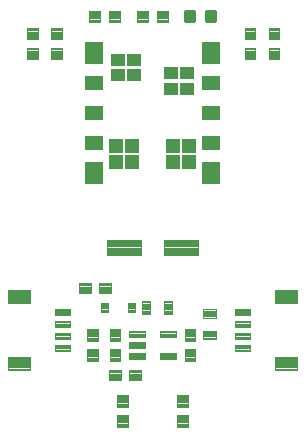
<source format=gtp>
G04 EAGLE Gerber RS-274X export*
G75*
%MOMM*%
%FSLAX34Y34*%
%LPD*%
%INSolderpaste Top*%
%IPPOS*%
%AMOC8*
5,1,8,0,0,1.08239X$1,22.5*%
G01*
%ADD10R,1.500000X1.850000*%
%ADD11R,1.500000X1.300000*%
%ADD12R,1.210000X1.100000*%
%ADD13R,1.160000X1.160000*%
%ADD14C,0.104000*%
%ADD15C,0.096000*%
%ADD16C,0.102000*%
%ADD17C,0.100653*%
%ADD18C,0.100000*%
%ADD19C,0.100800*%
%ADD20C,0.098000*%
%ADD21C,0.300000*%


D10*
X77500Y361950D03*
X77500Y260350D03*
X176500Y361950D03*
X176500Y260350D03*
D11*
X176500Y336550D03*
X176500Y311150D03*
X176500Y285750D03*
X77500Y336550D03*
X77500Y311150D03*
X77500Y285750D03*
D12*
X156500Y344200D03*
X156500Y331200D03*
X142400Y344200D03*
X142400Y331200D03*
X111600Y355700D03*
X111600Y342700D03*
X97500Y355700D03*
X97500Y342700D03*
D13*
X157950Y282450D03*
X157950Y268850D03*
X144350Y282450D03*
X144350Y268850D03*
X109650Y282450D03*
X109650Y268850D03*
X96050Y282450D03*
X96050Y268850D03*
D14*
X136330Y151530D02*
X143290Y151530D01*
X143290Y140570D01*
X136330Y140570D01*
X136330Y151530D01*
X136330Y141558D02*
X143290Y141558D01*
X143290Y142546D02*
X136330Y142546D01*
X136330Y143534D02*
X143290Y143534D01*
X143290Y144522D02*
X136330Y144522D01*
X136330Y145510D02*
X143290Y145510D01*
X143290Y146498D02*
X136330Y146498D01*
X136330Y147486D02*
X143290Y147486D01*
X143290Y148474D02*
X136330Y148474D01*
X136330Y149462D02*
X143290Y149462D01*
X143290Y150450D02*
X136330Y150450D01*
X136330Y151438D02*
X143290Y151438D01*
X125290Y151530D02*
X118330Y151530D01*
X125290Y151530D02*
X125290Y140570D01*
X118330Y140570D01*
X118330Y151530D01*
X118330Y141558D02*
X125290Y141558D01*
X125290Y142546D02*
X118330Y142546D01*
X118330Y143534D02*
X125290Y143534D01*
X125290Y144522D02*
X118330Y144522D01*
X118330Y145510D02*
X125290Y145510D01*
X125290Y146498D02*
X118330Y146498D01*
X118330Y147486D02*
X125290Y147486D01*
X125290Y148474D02*
X118330Y148474D01*
X118330Y149462D02*
X125290Y149462D01*
X125290Y150450D02*
X118330Y150450D01*
X118330Y151438D02*
X125290Y151438D01*
D15*
X4530Y149480D02*
X4530Y160520D01*
X23570Y160520D01*
X23570Y149480D01*
X4530Y149480D01*
X4530Y150392D02*
X23570Y150392D01*
X23570Y151304D02*
X4530Y151304D01*
X4530Y152216D02*
X23570Y152216D01*
X23570Y153128D02*
X4530Y153128D01*
X4530Y154040D02*
X23570Y154040D01*
X23570Y154952D02*
X4530Y154952D01*
X4530Y155864D02*
X23570Y155864D01*
X23570Y156776D02*
X4530Y156776D01*
X4530Y157688D02*
X23570Y157688D01*
X23570Y158600D02*
X4530Y158600D01*
X4530Y159512D02*
X23570Y159512D01*
X23570Y160424D02*
X4530Y160424D01*
X4530Y104520D02*
X4530Y93480D01*
X4530Y104520D02*
X23570Y104520D01*
X23570Y93480D01*
X4530Y93480D01*
X4530Y94392D02*
X23570Y94392D01*
X23570Y95304D02*
X4530Y95304D01*
X4530Y96216D02*
X23570Y96216D01*
X23570Y97128D02*
X4530Y97128D01*
X4530Y98040D02*
X23570Y98040D01*
X23570Y98952D02*
X4530Y98952D01*
X4530Y99864D02*
X23570Y99864D01*
X23570Y100776D02*
X4530Y100776D01*
X4530Y101688D02*
X23570Y101688D01*
X23570Y102600D02*
X4530Y102600D01*
X4530Y103512D02*
X23570Y103512D01*
X23570Y104424D02*
X4530Y104424D01*
D16*
X44560Y139510D02*
X44560Y144490D01*
X57040Y144490D01*
X57040Y139510D01*
X44560Y139510D01*
X44560Y140479D02*
X57040Y140479D01*
X57040Y141448D02*
X44560Y141448D01*
X44560Y142417D02*
X57040Y142417D01*
X57040Y143386D02*
X44560Y143386D01*
X44560Y144355D02*
X57040Y144355D01*
X44560Y134490D02*
X44560Y129510D01*
X44560Y134490D02*
X57040Y134490D01*
X57040Y129510D01*
X44560Y129510D01*
X44560Y130479D02*
X57040Y130479D01*
X57040Y131448D02*
X44560Y131448D01*
X44560Y132417D02*
X57040Y132417D01*
X57040Y133386D02*
X44560Y133386D01*
X44560Y134355D02*
X57040Y134355D01*
X44560Y124490D02*
X44560Y119510D01*
X44560Y124490D02*
X57040Y124490D01*
X57040Y119510D01*
X44560Y119510D01*
X44560Y120479D02*
X57040Y120479D01*
X57040Y121448D02*
X44560Y121448D01*
X44560Y122417D02*
X57040Y122417D01*
X57040Y123386D02*
X44560Y123386D01*
X44560Y124355D02*
X57040Y124355D01*
X44560Y114490D02*
X44560Y109510D01*
X44560Y114490D02*
X57040Y114490D01*
X57040Y109510D01*
X44560Y109510D01*
X44560Y110479D02*
X57040Y110479D01*
X57040Y111448D02*
X44560Y111448D01*
X44560Y112417D02*
X57040Y112417D01*
X57040Y113386D02*
X44560Y113386D01*
X44560Y114355D02*
X57040Y114355D01*
D15*
X249470Y104520D02*
X249470Y93480D01*
X230430Y93480D01*
X230430Y104520D01*
X249470Y104520D01*
X249470Y94392D02*
X230430Y94392D01*
X230430Y95304D02*
X249470Y95304D01*
X249470Y96216D02*
X230430Y96216D01*
X230430Y97128D02*
X249470Y97128D01*
X249470Y98040D02*
X230430Y98040D01*
X230430Y98952D02*
X249470Y98952D01*
X249470Y99864D02*
X230430Y99864D01*
X230430Y100776D02*
X249470Y100776D01*
X249470Y101688D02*
X230430Y101688D01*
X230430Y102600D02*
X249470Y102600D01*
X249470Y103512D02*
X230430Y103512D01*
X230430Y104424D02*
X249470Y104424D01*
X249470Y149480D02*
X249470Y160520D01*
X249470Y149480D02*
X230430Y149480D01*
X230430Y160520D01*
X249470Y160520D01*
X249470Y150392D02*
X230430Y150392D01*
X230430Y151304D02*
X249470Y151304D01*
X249470Y152216D02*
X230430Y152216D01*
X230430Y153128D02*
X249470Y153128D01*
X249470Y154040D02*
X230430Y154040D01*
X230430Y154952D02*
X249470Y154952D01*
X249470Y155864D02*
X230430Y155864D01*
X230430Y156776D02*
X249470Y156776D01*
X249470Y157688D02*
X230430Y157688D01*
X230430Y158600D02*
X249470Y158600D01*
X249470Y159512D02*
X230430Y159512D01*
X230430Y160424D02*
X249470Y160424D01*
D16*
X209440Y114490D02*
X209440Y109510D01*
X196960Y109510D01*
X196960Y114490D01*
X209440Y114490D01*
X209440Y110479D02*
X196960Y110479D01*
X196960Y111448D02*
X209440Y111448D01*
X209440Y112417D02*
X196960Y112417D01*
X196960Y113386D02*
X209440Y113386D01*
X209440Y114355D02*
X196960Y114355D01*
X209440Y119510D02*
X209440Y124490D01*
X209440Y119510D02*
X196960Y119510D01*
X196960Y124490D01*
X209440Y124490D01*
X209440Y120479D02*
X196960Y120479D01*
X196960Y121448D02*
X209440Y121448D01*
X209440Y122417D02*
X196960Y122417D01*
X196960Y123386D02*
X209440Y123386D01*
X209440Y124355D02*
X196960Y124355D01*
X209440Y129510D02*
X209440Y134490D01*
X209440Y129510D02*
X196960Y129510D01*
X196960Y134490D01*
X209440Y134490D01*
X209440Y130479D02*
X196960Y130479D01*
X196960Y131448D02*
X209440Y131448D01*
X209440Y132417D02*
X196960Y132417D01*
X196960Y133386D02*
X209440Y133386D01*
X209440Y134355D02*
X196960Y134355D01*
X209440Y139510D02*
X209440Y144490D01*
X209440Y139510D02*
X196960Y139510D01*
X196960Y144490D01*
X209440Y144490D01*
X209440Y140479D02*
X196960Y140479D01*
X196960Y141448D02*
X209440Y141448D01*
X209440Y142417D02*
X196960Y142417D01*
X196960Y143386D02*
X209440Y143386D01*
X209440Y144355D02*
X196960Y144355D01*
D17*
X121008Y121158D02*
X106926Y121158D01*
X106926Y126442D01*
X121008Y126442D01*
X121008Y121158D01*
X121008Y122115D02*
X106926Y122115D01*
X106926Y123072D02*
X121008Y123072D01*
X121008Y124029D02*
X106926Y124029D01*
X106926Y124986D02*
X121008Y124986D01*
X121008Y125943D02*
X106926Y125943D01*
X106926Y111658D02*
X121008Y111658D01*
X106926Y111658D02*
X106926Y116942D01*
X121008Y116942D01*
X121008Y111658D01*
X121008Y112615D02*
X106926Y112615D01*
X106926Y113572D02*
X121008Y113572D01*
X121008Y114529D02*
X106926Y114529D01*
X106926Y115486D02*
X121008Y115486D01*
X121008Y116443D02*
X106926Y116443D01*
X106926Y102158D02*
X121008Y102158D01*
X106926Y102158D02*
X106926Y107442D01*
X121008Y107442D01*
X121008Y102158D01*
X121008Y103115D02*
X106926Y103115D01*
X106926Y104072D02*
X121008Y104072D01*
X121008Y105029D02*
X106926Y105029D01*
X106926Y105986D02*
X121008Y105986D01*
X121008Y106943D02*
X106926Y106943D01*
X132992Y102158D02*
X147074Y102158D01*
X132992Y102158D02*
X132992Y107442D01*
X147074Y107442D01*
X147074Y102158D01*
X147074Y103115D02*
X132992Y103115D01*
X132992Y104072D02*
X147074Y104072D01*
X147074Y105029D02*
X132992Y105029D01*
X132992Y105986D02*
X147074Y105986D01*
X147074Y106943D02*
X132992Y106943D01*
X132992Y121158D02*
X147074Y121158D01*
X132992Y121158D02*
X132992Y126442D01*
X147074Y126442D01*
X147074Y121158D01*
X147074Y122115D02*
X132992Y122115D01*
X132992Y123072D02*
X147074Y123072D01*
X147074Y124029D02*
X132992Y124029D01*
X132992Y124986D02*
X147074Y124986D01*
X147074Y125943D02*
X132992Y125943D01*
D14*
X180740Y126560D02*
X180740Y119600D01*
X169780Y119600D01*
X169780Y126560D01*
X180740Y126560D01*
X180740Y120588D02*
X169780Y120588D01*
X169780Y121576D02*
X180740Y121576D01*
X180740Y122564D02*
X169780Y122564D01*
X169780Y123552D02*
X180740Y123552D01*
X180740Y124540D02*
X169780Y124540D01*
X169780Y125528D02*
X180740Y125528D01*
X180740Y126516D02*
X169780Y126516D01*
X180740Y137600D02*
X180740Y144560D01*
X180740Y137600D02*
X169780Y137600D01*
X169780Y144560D01*
X180740Y144560D01*
X180740Y138588D02*
X169780Y138588D01*
X169780Y139576D02*
X180740Y139576D01*
X180740Y140564D02*
X169780Y140564D01*
X169780Y141552D02*
X180740Y141552D01*
X180740Y142540D02*
X169780Y142540D01*
X169780Y143528D02*
X180740Y143528D01*
X180740Y144516D02*
X169780Y144516D01*
D18*
X91850Y167060D02*
X81850Y167060D01*
X91850Y167060D02*
X91850Y158060D01*
X81850Y158060D01*
X81850Y167060D01*
X81850Y159010D02*
X91850Y159010D01*
X91850Y159960D02*
X81850Y159960D01*
X81850Y160910D02*
X91850Y160910D01*
X91850Y161860D02*
X81850Y161860D01*
X81850Y162810D02*
X91850Y162810D01*
X91850Y163760D02*
X81850Y163760D01*
X81850Y164710D02*
X91850Y164710D01*
X91850Y165660D02*
X81850Y165660D01*
X81850Y166610D02*
X91850Y166610D01*
X74850Y167060D02*
X64850Y167060D01*
X74850Y167060D02*
X74850Y158060D01*
X64850Y158060D01*
X64850Y167060D01*
X64850Y159010D02*
X74850Y159010D01*
X74850Y159960D02*
X64850Y159960D01*
X64850Y160910D02*
X74850Y160910D01*
X74850Y161860D02*
X64850Y161860D01*
X64850Y162810D02*
X74850Y162810D01*
X74850Y163760D02*
X64850Y163760D01*
X64850Y164710D02*
X74850Y164710D01*
X74850Y165660D02*
X64850Y165660D01*
X64850Y166610D02*
X74850Y166610D01*
X90750Y127800D02*
X90750Y117800D01*
X90750Y127800D02*
X99750Y127800D01*
X99750Y117800D01*
X90750Y117800D01*
X90750Y118750D02*
X99750Y118750D01*
X99750Y119700D02*
X90750Y119700D01*
X90750Y120650D02*
X99750Y120650D01*
X99750Y121600D02*
X90750Y121600D01*
X90750Y122550D02*
X99750Y122550D01*
X99750Y123500D02*
X90750Y123500D01*
X90750Y124450D02*
X99750Y124450D01*
X99750Y125400D02*
X90750Y125400D01*
X90750Y126350D02*
X99750Y126350D01*
X99750Y127300D02*
X90750Y127300D01*
X90750Y110800D02*
X90750Y100800D01*
X90750Y110800D02*
X99750Y110800D01*
X99750Y100800D01*
X90750Y100800D01*
X90750Y101750D02*
X99750Y101750D01*
X99750Y102700D02*
X90750Y102700D01*
X90750Y103650D02*
X99750Y103650D01*
X99750Y104600D02*
X90750Y104600D01*
X90750Y105550D02*
X99750Y105550D01*
X99750Y106500D02*
X90750Y106500D01*
X90750Y107450D02*
X99750Y107450D01*
X99750Y108400D02*
X90750Y108400D01*
X90750Y109350D02*
X99750Y109350D01*
X99750Y110300D02*
X90750Y110300D01*
X80700Y110800D02*
X80700Y100800D01*
X71700Y100800D01*
X71700Y110800D01*
X80700Y110800D01*
X80700Y101750D02*
X71700Y101750D01*
X71700Y102700D02*
X80700Y102700D01*
X80700Y103650D02*
X71700Y103650D01*
X71700Y104600D02*
X80700Y104600D01*
X80700Y105550D02*
X71700Y105550D01*
X71700Y106500D02*
X80700Y106500D01*
X80700Y107450D02*
X71700Y107450D01*
X71700Y108400D02*
X80700Y108400D01*
X80700Y109350D02*
X71700Y109350D01*
X71700Y110300D02*
X80700Y110300D01*
X80700Y117800D02*
X80700Y127800D01*
X80700Y117800D02*
X71700Y117800D01*
X71700Y127800D01*
X80700Y127800D01*
X80700Y118750D02*
X71700Y118750D01*
X71700Y119700D02*
X80700Y119700D01*
X80700Y120650D02*
X71700Y120650D01*
X71700Y121600D02*
X80700Y121600D01*
X80700Y122550D02*
X71700Y122550D01*
X71700Y123500D02*
X80700Y123500D01*
X80700Y124450D02*
X71700Y124450D01*
X71700Y125400D02*
X80700Y125400D01*
X80700Y126350D02*
X71700Y126350D01*
X71700Y127300D02*
X80700Y127300D01*
X107386Y93400D02*
X117386Y93400D01*
X117386Y84400D01*
X107386Y84400D01*
X107386Y93400D01*
X107386Y85350D02*
X117386Y85350D01*
X117386Y86300D02*
X107386Y86300D01*
X107386Y87250D02*
X117386Y87250D01*
X117386Y88200D02*
X107386Y88200D01*
X107386Y89150D02*
X117386Y89150D01*
X117386Y90100D02*
X107386Y90100D01*
X107386Y91050D02*
X117386Y91050D01*
X117386Y92000D02*
X107386Y92000D01*
X107386Y92950D02*
X117386Y92950D01*
X100386Y93400D02*
X90386Y93400D01*
X100386Y93400D02*
X100386Y84400D01*
X90386Y84400D01*
X90386Y93400D01*
X90386Y85350D02*
X100386Y85350D01*
X100386Y86300D02*
X90386Y86300D01*
X90386Y87250D02*
X100386Y87250D01*
X100386Y88200D02*
X90386Y88200D01*
X90386Y89150D02*
X100386Y89150D01*
X100386Y90100D02*
X90386Y90100D01*
X90386Y91050D02*
X100386Y91050D01*
X100386Y92000D02*
X90386Y92000D01*
X90386Y92950D02*
X100386Y92950D01*
D19*
X88936Y142404D02*
X83644Y142404D01*
X83644Y149696D01*
X88936Y149696D01*
X88936Y142404D01*
X88936Y143362D02*
X83644Y143362D01*
X83644Y144320D02*
X88936Y144320D01*
X88936Y145278D02*
X83644Y145278D01*
X83644Y146236D02*
X88936Y146236D01*
X88936Y147194D02*
X83644Y147194D01*
X83644Y148152D02*
X88936Y148152D01*
X88936Y149110D02*
X83644Y149110D01*
X106644Y142404D02*
X111936Y142404D01*
X106644Y142404D02*
X106644Y149696D01*
X111936Y149696D01*
X111936Y142404D01*
X111936Y143362D02*
X106644Y143362D01*
X106644Y144320D02*
X111936Y144320D01*
X111936Y145278D02*
X106644Y145278D01*
X106644Y146236D02*
X111936Y146236D01*
X111936Y147194D02*
X106644Y147194D01*
X106644Y148152D02*
X111936Y148152D01*
X111936Y149110D02*
X106644Y149110D01*
D18*
X163250Y110800D02*
X163250Y100800D01*
X154250Y100800D01*
X154250Y110800D01*
X163250Y110800D01*
X163250Y101750D02*
X154250Y101750D01*
X154250Y102700D02*
X163250Y102700D01*
X163250Y103650D02*
X154250Y103650D01*
X154250Y104600D02*
X163250Y104600D01*
X163250Y105550D02*
X154250Y105550D01*
X154250Y106500D02*
X163250Y106500D01*
X163250Y107450D02*
X154250Y107450D01*
X154250Y108400D02*
X163250Y108400D01*
X163250Y109350D02*
X154250Y109350D01*
X154250Y110300D02*
X163250Y110300D01*
X163250Y117800D02*
X163250Y127800D01*
X163250Y117800D02*
X154250Y117800D01*
X154250Y127800D01*
X163250Y127800D01*
X163250Y118750D02*
X154250Y118750D01*
X154250Y119700D02*
X163250Y119700D01*
X163250Y120650D02*
X154250Y120650D01*
X154250Y121600D02*
X163250Y121600D01*
X163250Y122550D02*
X154250Y122550D01*
X154250Y123500D02*
X163250Y123500D01*
X163250Y124450D02*
X154250Y124450D01*
X154250Y125400D02*
X163250Y125400D01*
X163250Y126350D02*
X154250Y126350D01*
X154250Y127300D02*
X163250Y127300D01*
D20*
X117510Y203360D02*
X88490Y203360D01*
X117510Y203360D02*
X117510Y190340D01*
X88490Y190340D01*
X88490Y203360D01*
X88490Y191271D02*
X117510Y191271D01*
X117510Y192202D02*
X88490Y192202D01*
X88490Y193133D02*
X117510Y193133D01*
X117510Y194064D02*
X88490Y194064D01*
X88490Y194995D02*
X117510Y194995D01*
X117510Y195926D02*
X88490Y195926D01*
X88490Y196857D02*
X117510Y196857D01*
X117510Y197788D02*
X88490Y197788D01*
X88490Y198719D02*
X117510Y198719D01*
X117510Y199650D02*
X88490Y199650D01*
X88490Y200581D02*
X117510Y200581D01*
X117510Y201512D02*
X88490Y201512D01*
X88490Y202443D02*
X117510Y202443D01*
X136490Y203360D02*
X165510Y203360D01*
X165510Y190340D01*
X136490Y190340D01*
X136490Y203360D01*
X136490Y191271D02*
X165510Y191271D01*
X165510Y192202D02*
X136490Y192202D01*
X136490Y193133D02*
X165510Y193133D01*
X165510Y194064D02*
X136490Y194064D01*
X136490Y194995D02*
X165510Y194995D01*
X165510Y195926D02*
X136490Y195926D01*
X136490Y196857D02*
X165510Y196857D01*
X165510Y197788D02*
X136490Y197788D01*
X136490Y198719D02*
X165510Y198719D01*
X165510Y199650D02*
X136490Y199650D01*
X136490Y200581D02*
X165510Y200581D01*
X165510Y201512D02*
X136490Y201512D01*
X136490Y202443D02*
X165510Y202443D01*
D18*
X234370Y356070D02*
X234370Y366070D01*
X234370Y356070D02*
X225370Y356070D01*
X225370Y366070D01*
X234370Y366070D01*
X234370Y357020D02*
X225370Y357020D01*
X225370Y357970D02*
X234370Y357970D01*
X234370Y358920D02*
X225370Y358920D01*
X225370Y359870D02*
X234370Y359870D01*
X234370Y360820D02*
X225370Y360820D01*
X225370Y361770D02*
X234370Y361770D01*
X234370Y362720D02*
X225370Y362720D01*
X225370Y363670D02*
X234370Y363670D01*
X234370Y364620D02*
X225370Y364620D01*
X225370Y365570D02*
X234370Y365570D01*
X234370Y373070D02*
X234370Y383070D01*
X234370Y373070D02*
X225370Y373070D01*
X225370Y383070D01*
X234370Y383070D01*
X234370Y374020D02*
X225370Y374020D01*
X225370Y374970D02*
X234370Y374970D01*
X234370Y375920D02*
X225370Y375920D01*
X225370Y376870D02*
X234370Y376870D01*
X234370Y377820D02*
X225370Y377820D01*
X225370Y378770D02*
X234370Y378770D01*
X234370Y379720D02*
X225370Y379720D01*
X225370Y380670D02*
X234370Y380670D01*
X234370Y381620D02*
X225370Y381620D01*
X225370Y382570D02*
X234370Y382570D01*
X214050Y366070D02*
X214050Y356070D01*
X205050Y356070D01*
X205050Y366070D01*
X214050Y366070D01*
X214050Y357020D02*
X205050Y357020D01*
X205050Y357970D02*
X214050Y357970D01*
X214050Y358920D02*
X205050Y358920D01*
X205050Y359870D02*
X214050Y359870D01*
X214050Y360820D02*
X205050Y360820D01*
X205050Y361770D02*
X214050Y361770D01*
X214050Y362720D02*
X205050Y362720D01*
X205050Y363670D02*
X214050Y363670D01*
X214050Y364620D02*
X205050Y364620D01*
X205050Y365570D02*
X214050Y365570D01*
X214050Y373070D02*
X214050Y383070D01*
X214050Y373070D02*
X205050Y373070D01*
X205050Y383070D01*
X214050Y383070D01*
X214050Y374020D02*
X205050Y374020D01*
X205050Y374970D02*
X214050Y374970D01*
X214050Y375920D02*
X205050Y375920D01*
X205050Y376870D02*
X214050Y376870D01*
X214050Y377820D02*
X205050Y377820D01*
X205050Y378770D02*
X214050Y378770D01*
X214050Y379720D02*
X205050Y379720D01*
X205050Y380670D02*
X214050Y380670D01*
X214050Y381620D02*
X205050Y381620D01*
X205050Y382570D02*
X214050Y382570D01*
X50220Y366070D02*
X50220Y356070D01*
X41220Y356070D01*
X41220Y366070D01*
X50220Y366070D01*
X50220Y357020D02*
X41220Y357020D01*
X41220Y357970D02*
X50220Y357970D01*
X50220Y358920D02*
X41220Y358920D01*
X41220Y359870D02*
X50220Y359870D01*
X50220Y360820D02*
X41220Y360820D01*
X41220Y361770D02*
X50220Y361770D01*
X50220Y362720D02*
X41220Y362720D01*
X41220Y363670D02*
X50220Y363670D01*
X50220Y364620D02*
X41220Y364620D01*
X41220Y365570D02*
X50220Y365570D01*
X50220Y373070D02*
X50220Y383070D01*
X50220Y373070D02*
X41220Y373070D01*
X41220Y383070D01*
X50220Y383070D01*
X50220Y374020D02*
X41220Y374020D01*
X41220Y374970D02*
X50220Y374970D01*
X50220Y375920D02*
X41220Y375920D01*
X41220Y376870D02*
X50220Y376870D01*
X50220Y377820D02*
X41220Y377820D01*
X41220Y378770D02*
X50220Y378770D01*
X50220Y379720D02*
X41220Y379720D01*
X41220Y380670D02*
X50220Y380670D01*
X50220Y381620D02*
X41220Y381620D01*
X41220Y382570D02*
X50220Y382570D01*
X29900Y366070D02*
X29900Y356070D01*
X20900Y356070D01*
X20900Y366070D01*
X29900Y366070D01*
X29900Y357020D02*
X20900Y357020D01*
X20900Y357970D02*
X29900Y357970D01*
X29900Y358920D02*
X20900Y358920D01*
X20900Y359870D02*
X29900Y359870D01*
X29900Y360820D02*
X20900Y360820D01*
X20900Y361770D02*
X29900Y361770D01*
X29900Y362720D02*
X20900Y362720D01*
X20900Y363670D02*
X29900Y363670D01*
X29900Y364620D02*
X20900Y364620D01*
X20900Y365570D02*
X29900Y365570D01*
X29900Y373070D02*
X29900Y383070D01*
X29900Y373070D02*
X20900Y373070D01*
X20900Y383070D01*
X29900Y383070D01*
X29900Y374020D02*
X20900Y374020D01*
X20900Y374970D02*
X29900Y374970D01*
X29900Y375920D02*
X20900Y375920D01*
X20900Y376870D02*
X29900Y376870D01*
X29900Y377820D02*
X20900Y377820D01*
X20900Y378770D02*
X29900Y378770D01*
X29900Y379720D02*
X20900Y379720D01*
X20900Y380670D02*
X29900Y380670D01*
X29900Y381620D02*
X20900Y381620D01*
X20900Y382570D02*
X29900Y382570D01*
X156900Y54920D02*
X156900Y44920D01*
X147900Y44920D01*
X147900Y54920D01*
X156900Y54920D01*
X156900Y45870D02*
X147900Y45870D01*
X147900Y46820D02*
X156900Y46820D01*
X156900Y47770D02*
X147900Y47770D01*
X147900Y48720D02*
X156900Y48720D01*
X156900Y49670D02*
X147900Y49670D01*
X147900Y50620D02*
X156900Y50620D01*
X156900Y51570D02*
X147900Y51570D01*
X147900Y52520D02*
X156900Y52520D01*
X156900Y53470D02*
X147900Y53470D01*
X147900Y54420D02*
X156900Y54420D01*
X156900Y61920D02*
X156900Y71920D01*
X156900Y61920D02*
X147900Y61920D01*
X147900Y71920D01*
X156900Y71920D01*
X156900Y62870D02*
X147900Y62870D01*
X147900Y63820D02*
X156900Y63820D01*
X156900Y64770D02*
X147900Y64770D01*
X147900Y65720D02*
X156900Y65720D01*
X156900Y66670D02*
X147900Y66670D01*
X147900Y67620D02*
X156900Y67620D01*
X156900Y68570D02*
X147900Y68570D01*
X147900Y69520D02*
X156900Y69520D01*
X156900Y70470D02*
X147900Y70470D01*
X147900Y71420D02*
X156900Y71420D01*
X106100Y54920D02*
X106100Y44920D01*
X97100Y44920D01*
X97100Y54920D01*
X106100Y54920D01*
X106100Y45870D02*
X97100Y45870D01*
X97100Y46820D02*
X106100Y46820D01*
X106100Y47770D02*
X97100Y47770D01*
X97100Y48720D02*
X106100Y48720D01*
X106100Y49670D02*
X97100Y49670D01*
X97100Y50620D02*
X106100Y50620D01*
X106100Y51570D02*
X97100Y51570D01*
X97100Y52520D02*
X106100Y52520D01*
X106100Y53470D02*
X97100Y53470D01*
X97100Y54420D02*
X106100Y54420D01*
X106100Y61920D02*
X106100Y71920D01*
X106100Y61920D02*
X97100Y61920D01*
X97100Y71920D01*
X106100Y71920D01*
X106100Y62870D02*
X97100Y62870D01*
X97100Y63820D02*
X106100Y63820D01*
X106100Y64770D02*
X97100Y64770D01*
X97100Y65720D02*
X106100Y65720D01*
X106100Y66670D02*
X97100Y66670D01*
X97100Y67620D02*
X106100Y67620D01*
X106100Y68570D02*
X97100Y68570D01*
X97100Y69520D02*
X106100Y69520D01*
X106100Y70470D02*
X97100Y70470D01*
X97100Y71420D02*
X106100Y71420D01*
X130500Y396930D02*
X140500Y396930D01*
X140500Y387930D01*
X130500Y387930D01*
X130500Y396930D01*
X130500Y388880D02*
X140500Y388880D01*
X140500Y389830D02*
X130500Y389830D01*
X130500Y390780D02*
X140500Y390780D01*
X140500Y391730D02*
X130500Y391730D01*
X130500Y392680D02*
X140500Y392680D01*
X140500Y393630D02*
X130500Y393630D01*
X130500Y394580D02*
X140500Y394580D01*
X140500Y395530D02*
X130500Y395530D01*
X130500Y396480D02*
X140500Y396480D01*
X123500Y396930D02*
X113500Y396930D01*
X123500Y396930D02*
X123500Y387930D01*
X113500Y387930D01*
X113500Y396930D01*
X113500Y388880D02*
X123500Y388880D01*
X123500Y389830D02*
X113500Y389830D01*
X113500Y390780D02*
X123500Y390780D01*
X123500Y391730D02*
X113500Y391730D01*
X113500Y392680D02*
X123500Y392680D01*
X123500Y393630D02*
X113500Y393630D01*
X113500Y394580D02*
X123500Y394580D01*
X123500Y395530D02*
X113500Y395530D01*
X113500Y396480D02*
X123500Y396480D01*
D21*
X172910Y395930D02*
X172910Y388930D01*
X172910Y395930D02*
X179910Y395930D01*
X179910Y388930D01*
X172910Y388930D01*
X172910Y391780D02*
X179910Y391780D01*
X179910Y394630D02*
X172910Y394630D01*
X155370Y395930D02*
X155370Y388930D01*
X155370Y395930D02*
X162370Y395930D01*
X162370Y388930D01*
X155370Y388930D01*
X155370Y391780D02*
X162370Y391780D01*
X162370Y394630D02*
X155370Y394630D01*
D18*
X99860Y396930D02*
X89860Y396930D01*
X99860Y396930D02*
X99860Y387930D01*
X89860Y387930D01*
X89860Y396930D01*
X89860Y388880D02*
X99860Y388880D01*
X99860Y389830D02*
X89860Y389830D01*
X89860Y390780D02*
X99860Y390780D01*
X99860Y391730D02*
X89860Y391730D01*
X89860Y392680D02*
X99860Y392680D01*
X99860Y393630D02*
X89860Y393630D01*
X89860Y394580D02*
X99860Y394580D01*
X99860Y395530D02*
X89860Y395530D01*
X89860Y396480D02*
X99860Y396480D01*
X82860Y396930D02*
X72860Y396930D01*
X82860Y396930D02*
X82860Y387930D01*
X72860Y387930D01*
X72860Y396930D01*
X72860Y388880D02*
X82860Y388880D01*
X82860Y389830D02*
X72860Y389830D01*
X72860Y390780D02*
X82860Y390780D01*
X82860Y391730D02*
X72860Y391730D01*
X72860Y392680D02*
X82860Y392680D01*
X82860Y393630D02*
X72860Y393630D01*
X72860Y394580D02*
X82860Y394580D01*
X82860Y395530D02*
X72860Y395530D01*
X72860Y396480D02*
X82860Y396480D01*
M02*

</source>
